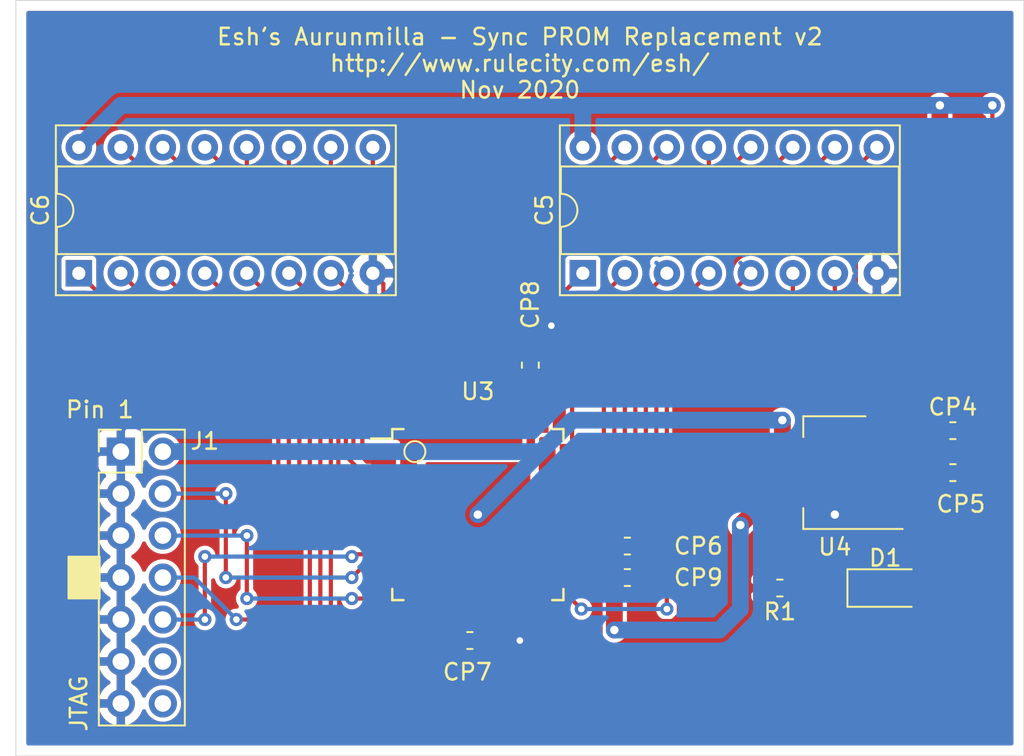
<source format=kicad_pcb>
(kicad_pcb (version 20171130) (host pcbnew "(5.1.5)-3")
  (layers (0 F.Cu signal) (31 B.Cu signal) (34 B.Paste user) (35 F.Paste user) (36 B.SilkS user) (37 F.SilkS user) (38 B.Mask user) (39 F.Mask user) (44 Edge.Cuts user))
  (net 0 "")
  (net 1 GND)
  (net 2 VCC)
  (net 3 "Net-(D1-Pad1)")
  (net 4 /TMS)
  (net 5 /TCK)
  (net 6 /TDO)
  (net 7 /TDI)
  (net 8 "Net-(J1-Pad12)")
  (net 9 "Net-(J1-Pad14)")
  (net 10 /VA6)
  (net 11 /VD3)
  (net 12 /VA5)
  (net 13 /VD2)
  (net 14 /VA4)
  (net 15 /VD1)
  (net 16 /VA3)
  (net 17 /VD0)
  (net 18 /VA0)
  (net 19 /~VCS0)
  (net 20 /VA1)
  (net 21 /~VCS1)
  (net 22 /VA2)
  (net 23 /VA7)
  (net 24 /HA7)
  (net 25 /HA2)
  (net 26 /~HCS1)
  (net 27 /HA1)
  (net 28 /HA0)
  (net 29 /HD0)
  (net 30 /HA3)
  (net 31 /HD1)
  (net 32 /HA4)
  (net 33 /HD2)
  (net 34 /HA5)
  (net 35 /HD3)
  (net 36 /HA6)
  (net 37 /~HCS0)
  (net 38 /3V3)
  (module Package_DIP:DIP-16_W7.62mm_Socket (layer F.Cu) (at 29.21 41.91 90)
    (fp_text reference C6 (at 3.81 -2.33 90) (layer F.SilkS))
    (fp_text value MB7052)
    (fp_arc (start 3.81 -1.33) (end 2.81 -1.33) (angle -180) (layer F.SilkS) (width 0.12))
    (fp_line (start 2.81 -1.33) (end 1.16 -1.33) (layer F.SilkS) (width 0.12))
    (fp_line (start 1.16 -1.33) (end 1.16 19.11) (layer F.SilkS) (width 0.12))
    (fp_line (start 1.16 19.11) (end 6.46 19.11) (layer F.SilkS) (width 0.12))
    (fp_line (start 6.46 19.11) (end 6.46 -1.33) (layer F.SilkS) (width 0.12))
    (fp_line (start 6.46 -1.33) (end 4.81 -1.33) (layer F.SilkS) (width 0.12))
    (fp_line (start -1.33 -1.39) (end -1.33 19.17) (layer F.SilkS) (width 0.12))
    (fp_line (start -1.33 19.17) (end 8.95 19.17) (layer F.SilkS) (width 0.12))
    (fp_line (start 8.95 19.17) (end 8.95 -1.39) (layer F.SilkS) (width 0.12))
    (fp_line (start 8.95 -1.39) (end -1.33 -1.39) (layer F.SilkS) (width 0.12))
    (pad 1 thru_hole rect (at 0 0 90) (size 1.6 1.6) (drill 0.8) (layers *.Cu *.Mask) (net 10 /VA6))
    (pad 9 thru_hole oval (at 7.62 17.78 90) (size 1.6 1.6) (drill 0.8) (layers *.Cu *.Mask) (net 11 /VD3))
    (pad 2 thru_hole oval (at 0 2.54 90) (size 1.6 1.6) (drill 0.8) (layers *.Cu *.Mask) (net 12 /VA5))
    (pad 10 thru_hole oval (at 7.62 15.24 90) (size 1.6 1.6) (drill 0.8) (layers *.Cu *.Mask) (net 13 /VD2))
    (pad 3 thru_hole oval (at 0 5.08 90) (size 1.6 1.6) (drill 0.8) (layers *.Cu *.Mask) (net 14 /VA4))
    (pad 11 thru_hole oval (at 7.62 12.7 90) (size 1.6 1.6) (drill 0.8) (layers *.Cu *.Mask) (net 15 /VD1))
    (pad 4 thru_hole oval (at 0 7.62 90) (size 1.6 1.6) (drill 0.8) (layers *.Cu *.Mask) (net 16 /VA3))
    (pad 12 thru_hole oval (at 7.62 10.16 90) (size 1.6 1.6) (drill 0.8) (layers *.Cu *.Mask) (net 17 /VD0))
    (pad 5 thru_hole oval (at 0 10.16 90) (size 1.6 1.6) (drill 0.8) (layers *.Cu *.Mask) (net 18 /VA0))
    (pad 13 thru_hole oval (at 7.62 7.62 90) (size 1.6 1.6) (drill 0.8) (layers *.Cu *.Mask) (net 19 /~VCS0))
    (pad 6 thru_hole oval (at 0 12.7 90) (size 1.6 1.6) (drill 0.8) (layers *.Cu *.Mask) (net 20 /VA1))
    (pad 14 thru_hole oval (at 7.62 5.08 90) (size 1.6 1.6) (drill 0.8) (layers *.Cu *.Mask) (net 21 /~VCS1))
    (pad 7 thru_hole oval (at 0 15.24 90) (size 1.6 1.6) (drill 0.8) (layers *.Cu *.Mask) (net 22 /VA2))
    (pad 15 thru_hole oval (at 7.62 2.54 90) (size 1.6 1.6) (drill 0.8) (layers *.Cu *.Mask) (net 23 /VA7))
    (pad 8 thru_hole oval (at 0 17.78 90) (size 1.6 1.6) (drill 0.8) (layers *.Cu *.Mask) (net 1 GND))
    (pad 16 thru_hole oval (at 7.62 0 90) (size 1.6 1.6) (drill 0.8) (layers *.Cu *.Mask) (net 2 VCC))
  )
  (module LED_SMD:LED_1206_3216Metric (layer F.Cu) (at 77.975 60.96)
    (fp_text reference D1 (at 0 -1.82) (layer F.SilkS))
    (fp_text value LED)
    (fp_line (start 1.6 -1.135) (end -2.285 -1.135) (layer F.SilkS) (width 0.12))
    (fp_line (start -2.285 -1.135) (end -2.285 1.135) (layer F.SilkS) (width 0.12))
    (fp_line (start -2.285 1.135) (end 1.6 1.135) (layer F.SilkS) (width 0.12))
    (pad 1 smd roundrect (at -1.4 0) (size 1.25 1.75) (layers F.Cu F.Paste F.Mask) (roundrect_rratio 0.2) (net 3 "Net-(D1-Pad1)"))
    (pad 2 smd roundrect (at 1.4 0) (size 1.25 1.75) (layers F.Cu F.Paste F.Mask) (roundrect_rratio 0.2) (net 2 VCC))
  )
  (module Connector_PinHeader_2.54mm:PinHeader_2x07_P2.54mm_Vertical (layer F.Cu) (at 31.75 52.705)
    (fp_text reference J1 (at 5.08 -0.635) (layer F.SilkS))
    (fp_text value Conn_02x07_Odd_Even)
    (fp_line (start -1.33 16.57) (end 3.87 16.57) (layer F.SilkS) (width 0.12))
    (fp_line (start -1.33 1.27) (end -1.33 16.57) (layer F.SilkS) (width 0.12))
    (fp_line (start 3.87 -1.33) (end 3.87 16.57) (layer F.SilkS) (width 0.12))
    (fp_line (start -1.33 1.27) (end 1.27 1.27) (layer F.SilkS) (width 0.12))
    (fp_line (start 1.27 1.27) (end 1.27 -1.33) (layer F.SilkS) (width 0.12))
    (fp_line (start 1.27 -1.33) (end 3.87 -1.33) (layer F.SilkS) (width 0.12))
    (fp_line (start -1.33 0) (end -1.33 -1.33) (layer F.SilkS) (width 0.12))
    (fp_line (start -1.33 -1.33) (end 0 -1.33) (layer F.SilkS) (width 0.12))
    (pad 1 thru_hole rect (at 0 0) (size 1.7 1.7) (drill 1) (layers *.Cu *.Mask) (net 1 GND))
    (pad 2 thru_hole oval (at 2.54 0) (size 1.7 1.7) (drill 1) (layers *.Cu *.Mask) (net 38 /3V3))
    (pad 3 thru_hole oval (at 0 2.54) (size 1.7 1.7) (drill 1) (layers *.Cu *.Mask) (net 1 GND))
    (pad 4 thru_hole oval (at 2.54 2.54) (size 1.7 1.7) (drill 1) (layers *.Cu *.Mask) (net 4 /TMS))
    (pad 5 thru_hole oval (at 0 5.08) (size 1.7 1.7) (drill 1) (layers *.Cu *.Mask) (net 1 GND))
    (pad 6 thru_hole oval (at 2.54 5.08) (size 1.7 1.7) (drill 1) (layers *.Cu *.Mask) (net 5 /TCK))
    (pad 7 thru_hole oval (at 0 7.62) (size 1.7 1.7) (drill 1) (layers *.Cu *.Mask) (net 1 GND))
    (pad 8 thru_hole oval (at 2.54 7.62) (size 1.7 1.7) (drill 1) (layers *.Cu *.Mask) (net 6 /TDO))
    (pad 9 thru_hole oval (at 0 10.16) (size 1.7 1.7) (drill 1) (layers *.Cu *.Mask) (net 1 GND))
    (pad 10 thru_hole oval (at 2.54 10.16) (size 1.7 1.7) (drill 1) (layers *.Cu *.Mask) (net 7 /TDI))
    (pad 11 thru_hole oval (at 0 12.7) (size 1.7 1.7) (drill 1) (layers *.Cu *.Mask) (net 1 GND))
    (pad 12 thru_hole oval (at 2.54 12.7) (size 1.7 1.7) (drill 1) (layers *.Cu *.Mask) (net 8 "Net-(J1-Pad12)"))
    (pad 13 thru_hole oval (at 0 15.24) (size 1.7 1.7) (drill 1) (layers *.Cu *.Mask) (net 1 GND))
    (pad 14 thru_hole oval (at 2.54 15.24) (size 1.7 1.7) (drill 1) (layers *.Cu *.Mask) (net 9 "Net-(J1-Pad14)"))
  )
  (module Package_DIP:DIP-16_W7.62mm_Socket (layer F.Cu) (at 59.69 41.91 90)
    (fp_text reference C5 (at 3.81 -2.33 90) (layer F.SilkS))
    (fp_text value MB7052)
    (fp_line (start 8.95 -1.39) (end -1.33 -1.39) (layer F.SilkS) (width 0.12))
    (fp_line (start 8.95 19.17) (end 8.95 -1.39) (layer F.SilkS) (width 0.12))
    (fp_line (start -1.33 19.17) (end 8.95 19.17) (layer F.SilkS) (width 0.12))
    (fp_line (start -1.33 -1.39) (end -1.33 19.17) (layer F.SilkS) (width 0.12))
    (fp_line (start 6.46 -1.33) (end 4.81 -1.33) (layer F.SilkS) (width 0.12))
    (fp_line (start 6.46 19.11) (end 6.46 -1.33) (layer F.SilkS) (width 0.12))
    (fp_line (start 1.16 19.11) (end 6.46 19.11) (layer F.SilkS) (width 0.12))
    (fp_line (start 1.16 -1.33) (end 1.16 19.11) (layer F.SilkS) (width 0.12))
    (fp_line (start 2.81 -1.33) (end 1.16 -1.33) (layer F.SilkS) (width 0.12))
    (fp_arc (start 3.81 -1.33) (end 2.81 -1.33) (angle -180) (layer F.SilkS) (width 0.12))
    (pad 16 thru_hole oval (at 7.62 0 90) (size 1.6 1.6) (drill 0.8) (layers *.Cu *.Mask) (net 2 VCC))
    (pad 8 thru_hole oval (at 0 17.78 90) (size 1.6 1.6) (drill 0.8) (layers *.Cu *.Mask) (net 1 GND))
    (pad 15 thru_hole oval (at 7.62 2.54 90) (size 1.6 1.6) (drill 0.8) (layers *.Cu *.Mask) (net 24 /HA7))
    (pad 7 thru_hole oval (at 0 15.24 90) (size 1.6 1.6) (drill 0.8) (layers *.Cu *.Mask) (net 25 /HA2))
    (pad 14 thru_hole oval (at 7.62 5.08 90) (size 1.6 1.6) (drill 0.8) (layers *.Cu *.Mask) (net 26 /~HCS1))
    (pad 6 thru_hole oval (at 0 12.7 90) (size 1.6 1.6) (drill 0.8) (layers *.Cu *.Mask) (net 27 /HA1))
    (pad 13 thru_hole oval (at 7.62 7.62 90) (size 1.6 1.6) (drill 0.8) (layers *.Cu *.Mask) (net 37 /~HCS0))
    (pad 5 thru_hole oval (at 0 10.16 90) (size 1.6 1.6) (drill 0.8) (layers *.Cu *.Mask) (net 28 /HA0))
    (pad 12 thru_hole oval (at 7.62 10.16 90) (size 1.6 1.6) (drill 0.8) (layers *.Cu *.Mask) (net 29 /HD0))
    (pad 4 thru_hole oval (at 0 7.62 90) (size 1.6 1.6) (drill 0.8) (layers *.Cu *.Mask) (net 30 /HA3))
    (pad 11 thru_hole oval (at 7.62 12.7 90) (size 1.6 1.6) (drill 0.8) (layers *.Cu *.Mask) (net 31 /HD1))
    (pad 3 thru_hole oval (at 0 5.08 90) (size 1.6 1.6) (drill 0.8) (layers *.Cu *.Mask) (net 32 /HA4))
    (pad 10 thru_hole oval (at 7.62 15.24 90) (size 1.6 1.6) (drill 0.8) (layers *.Cu *.Mask) (net 33 /HD2))
    (pad 2 thru_hole oval (at 0 2.54 90) (size 1.6 1.6) (drill 0.8) (layers *.Cu *.Mask) (net 34 /HA5))
    (pad 9 thru_hole oval (at 7.62 17.78 90) (size 1.6 1.6) (drill 0.8) (layers *.Cu *.Mask) (net 35 /HD3))
    (pad 1 thru_hole rect (at 0 0 90) (size 1.6 1.6) (drill 0.8) (layers *.Cu *.Mask) (net 36 /HA6))
  )
  (module Package_TO_SOT_SMD:SOT-223-3_TabPin2 (layer F.Cu) (at 74.93 53.975 180)
    (fp_text reference U4 (at 0 -4.5) (layer F.SilkS))
    (fp_text value LD1117S33TR_SOT223)
    (fp_line (start 1.91 3.41) (end 1.91 2.15) (layer F.SilkS) (width 0.12))
    (fp_line (start 1.91 -3.41) (end 1.91 -2.15) (layer F.SilkS) (width 0.12))
    (fp_line (start -1.85 3.41) (end 1.91 3.41) (layer F.SilkS) (width 0.12))
    (fp_line (start -4.1 -3.41) (end 1.91 -3.41) (layer F.SilkS) (width 0.12))
    (pad 2 smd rect (at 3.15 0 180) (size 2 3.8) (layers F.Cu F.Paste F.Mask) (net 38 /3V3))
    (pad 2 smd rect (at -3.15 0 180) (size 2 1.5) (layers F.Cu F.Paste F.Mask) (net 38 /3V3))
    (pad 3 smd rect (at -3.15 2.3 180) (size 2 1.5) (layers F.Cu F.Paste F.Mask) (net 2 VCC))
    (pad 1 smd rect (at -3.15 -2.3 180) (size 2 1.5) (layers F.Cu F.Paste F.Mask) (net 1 GND))
  )
  (module Capacitor_SMD:C_0603_1608Metric (layer F.Cu) (at 52.8575 64.135)
    (fp_text reference CP7 (at -0.1525 1.905) (layer F.SilkS))
    (fp_text value 0.1uF)
    (fp_line (start -0.162779 0.51) (end 0.162779 0.51) (layer F.SilkS) (width 0.12))
    (fp_line (start -0.162779 -0.51) (end 0.162779 -0.51) (layer F.SilkS) (width 0.12))
    (pad 2 smd roundrect (at 0.7875 0) (size 0.875 0.95) (layers F.Cu F.Paste F.Mask) (net 1 GND))
    (pad 1 smd roundrect (at -0.7875 0) (size 0.875 0.95) (layers F.Cu F.Paste F.Mask) (net 38 /3V3))
  )
  (module Capacitor_SMD:C_0603_1608Metric (layer F.Cu) (at 56.515 47.4725 90)
    (fp_text reference CP8 (at 3.6575 0 90) (layer F.SilkS))
    (fp_text value 0.1uF)
    (fp_line (start -0.162779 -0.51) (end 0.162779 -0.51) (layer F.SilkS) (width 0.12))
    (fp_line (start -0.162779 0.51) (end 0.162779 0.51) (layer F.SilkS) (width 0.12))
    (pad 1 smd roundrect (at -0.7875 0 90) (size 0.875 0.95) (layers F.Cu F.Paste F.Mask) (net 38 /3V3))
    (pad 2 smd roundrect (at 0.7875 0 90) (size 0.875 0.95) (layers F.Cu F.Paste F.Mask) (net 1 GND))
  )
  (module Capacitor_SMD:C_0603_1608Metric (layer F.Cu) (at 62.3825 60.325)
    (fp_text reference CP9 (at 4.2925 0) (layer F.SilkS))
    (fp_text value 10uF)
    (fp_line (start -0.162779 -0.51) (end 0.162779 -0.51) (layer F.SilkS) (width 0.12))
    (fp_line (start -0.162779 0.51) (end 0.162779 0.51) (layer F.SilkS) (width 0.12))
    (pad 1 smd roundrect (at -0.7875 0) (size 0.875 0.95) (layers F.Cu F.Paste F.Mask) (net 38 /3V3))
    (pad 2 smd roundrect (at 0.7875 0) (size 0.875 0.95) (layers F.Cu F.Paste F.Mask) (net 1 GND))
  )
  (module Capacitor_SMD:C_0603_1608Metric (layer F.Cu) (at 82.0675 51.435)
    (fp_text reference CP4 (at 0 -1.43) (layer F.SilkS))
    (fp_text value 0.1uF)
    (fp_line (start -0.162779 -0.51) (end 0.162779 -0.51) (layer F.SilkS) (width 0.12))
    (fp_line (start -0.162779 0.51) (end 0.162779 0.51) (layer F.SilkS) (width 0.12))
    (pad 1 smd roundrect (at -0.7875 0) (size 0.875 0.95) (layers F.Cu F.Paste F.Mask) (net 2 VCC))
    (pad 2 smd roundrect (at 0.7875 0) (size 0.875 0.95) (layers F.Cu F.Paste F.Mask) (net 1 GND))
  )
  (module Capacitor_SMD:C_0603_1608Metric (layer F.Cu) (at 82.0675 53.975)
    (fp_text reference CP5 (at 0.4825 1.905) (layer F.SilkS))
    (fp_text value 10uF)
    (fp_line (start -0.162779 0.51) (end 0.162779 0.51) (layer F.SilkS) (width 0.12))
    (fp_line (start -0.162779 -0.51) (end 0.162779 -0.51) (layer F.SilkS) (width 0.12))
    (pad 2 smd roundrect (at 0.7875 0) (size 0.875 0.95) (layers F.Cu F.Paste F.Mask) (net 1 GND))
    (pad 1 smd roundrect (at -0.7875 0) (size 0.875 0.95) (layers F.Cu F.Paste F.Mask) (net 38 /3V3))
  )
  (module Resistor_SMD:R_0603_1608Metric (layer F.Cu) (at 71.6025 60.96 180)
    (fp_text reference R1 (at 0 -1.43) (layer F.SilkS))
    (fp_text value 330)
    (fp_line (start -0.162779 -0.51) (end 0.162779 -0.51) (layer F.SilkS) (width 0.12))
    (fp_line (start -0.162779 0.51) (end 0.162779 0.51) (layer F.SilkS) (width 0.12))
    (pad 1 smd roundrect (at -0.7875 0 180) (size 0.875 0.95) (layers F.Cu F.Paste F.Mask) (net 3 "Net-(D1-Pad1)"))
    (pad 2 smd roundrect (at 0.7875 0 180) (size 0.875 0.95) (layers F.Cu F.Paste F.Mask) (net 1 GND))
  )
  (module Capacitor_SMD:C_0603_1608Metric (layer F.Cu) (at 62.3825 58.42)
    (fp_text reference CP6 (at 4.2925 0) (layer F.SilkS))
    (fp_text value 0.1uF)
    (fp_line (start -0.162779 -0.51) (end 0.162779 -0.51) (layer F.SilkS) (width 0.12))
    (fp_line (start -0.162779 0.51) (end 0.162779 0.51) (layer F.SilkS) (width 0.12))
    (pad 1 smd roundrect (at -0.7875 0) (size 0.875 0.95) (layers F.Cu F.Paste F.Mask) (net 38 /3V3))
    (pad 2 smd roundrect (at 0.7875 0) (size 0.875 0.95) (layers F.Cu F.Paste F.Mask) (net 1 GND))
  )
  (module Package_QFP:TQFP-44_10x10mm_P0.8mm (layer F.Cu) (at 53.34 56.515)
    (fp_text reference U3 (at 0 -7.45) (layer F.SilkS))
    (fp_text value XC9536XL-VG44)
    (fp_line (start -5.175 -5.175) (end -5.175 -4.6) (layer F.SilkS) (width 0.15))
    (fp_line (start 5.175 -5.175) (end 5.175 -4.5) (layer F.SilkS) (width 0.15))
    (fp_line (start 5.175 5.175) (end 5.175 4.5) (layer F.SilkS) (width 0.15))
    (fp_line (start -5.175 5.175) (end -5.175 4.5) (layer F.SilkS) (width 0.15))
    (fp_line (start -5.175 -5.175) (end -4.5 -5.175) (layer F.SilkS) (width 0.15))
    (fp_line (start -5.175 5.175) (end -4.5 5.175) (layer F.SilkS) (width 0.15))
    (fp_line (start 5.175 5.175) (end 4.5 5.175) (layer F.SilkS) (width 0.15))
    (fp_line (start 5.175 -5.175) (end 4.5 -5.175) (layer F.SilkS) (width 0.15))
    (fp_line (start -5.175 -4.6) (end -6.45 -4.6) (layer F.SilkS) (width 0.15))
    (pad 1 smd rect (at -5.7 -4) (size 1.5 0.55) (layers F.Cu F.Paste F.Mask) (net 22 /VA2))
    (pad 2 smd rect (at -5.7 -3.2) (size 1.5 0.55) (layers F.Cu F.Paste F.Mask) (net 20 /VA1))
    (pad 3 smd rect (at -5.7 -2.4) (size 1.5 0.55) (layers F.Cu F.Paste F.Mask) (net 18 /VA0))
    (pad 4 smd rect (at -5.7 -1.6) (size 1.5 0.55) (layers F.Cu F.Paste F.Mask) (net 1 GND))
    (pad 5 smd rect (at -5.7 -0.8) (size 1.5 0.55) (layers F.Cu F.Paste F.Mask) (net 19 /~VCS0))
    (pad 6 smd rect (at -5.7 0) (size 1.5 0.55) (layers F.Cu F.Paste F.Mask) (net 16 /VA3))
    (pad 7 smd rect (at -5.7 0.8) (size 1.5 0.55) (layers F.Cu F.Paste F.Mask) (net 21 /~VCS1))
    (pad 8 smd rect (at -5.7 1.6) (size 1.5 0.55) (layers F.Cu F.Paste F.Mask) (net 14 /VA4))
    (pad 9 smd rect (at -5.7 2.4) (size 1.5 0.55) (layers F.Cu F.Paste F.Mask) (net 7 /TDI))
    (pad 10 smd rect (at -5.7 3.2) (size 1.5 0.55) (layers F.Cu F.Paste F.Mask) (net 4 /TMS))
    (pad 11 smd rect (at -5.7 4) (size 1.5 0.55) (layers F.Cu F.Paste F.Mask) (net 5 /TCK))
    (pad 12 smd rect (at -4 5.7 90) (size 1.5 0.55) (layers F.Cu F.Paste F.Mask) (net 23 /VA7))
    (pad 13 smd rect (at -3.2 5.7 90) (size 1.5 0.55) (layers F.Cu F.Paste F.Mask) (net 12 /VA5))
    (pad 14 smd rect (at -2.4 5.7 90) (size 1.5 0.55) (layers F.Cu F.Paste F.Mask) (net 10 /VA6))
    (pad 15 smd rect (at -1.6 5.7 90) (size 1.5 0.55) (layers F.Cu F.Paste F.Mask) (net 38 /3V3))
    (pad 16 smd rect (at -0.8 5.7 90) (size 1.5 0.55) (layers F.Cu F.Paste F.Mask) (net 1 GND))
    (pad 17 smd rect (at 0 5.7 90) (size 1.5 0.55) (layers F.Cu F.Paste F.Mask) (net 1 GND))
    (pad 18 smd rect (at 0.8 5.7 90) (size 1.5 0.55) (layers F.Cu F.Paste F.Mask) (net 1 GND))
    (pad 19 smd rect (at 1.6 5.7 90) (size 1.5 0.55) (layers F.Cu F.Paste F.Mask) (net 1 GND))
    (pad 20 smd rect (at 2.4 5.7 90) (size 1.5 0.55) (layers F.Cu F.Paste F.Mask) (net 1 GND))
    (pad 21 smd rect (at 3.2 5.7 90) (size 1.5 0.55) (layers F.Cu F.Paste F.Mask) (net 1 GND))
    (pad 22 smd rect (at 4 5.7 90) (size 1.5 0.55) (layers F.Cu F.Paste F.Mask) (net 1 GND))
    (pad 23 smd rect (at 5.7 4) (size 1.5 0.55) (layers F.Cu F.Paste F.Mask) (net 35 /HD3))
    (pad 24 smd rect (at 5.7 3.2) (size 1.5 0.55) (layers F.Cu F.Paste F.Mask) (net 6 /TDO))
    (pad 25 smd rect (at 5.7 2.4) (size 1.5 0.55) (layers F.Cu F.Paste F.Mask) (net 1 GND))
    (pad 26 smd rect (at 5.7 1.6) (size 1.5 0.55) (layers F.Cu F.Paste F.Mask) (net 38 /3V3))
    (pad 27 smd rect (at 5.7 0.8) (size 1.5 0.55) (layers F.Cu F.Paste F.Mask) (net 25 /HA2))
    (pad 28 smd rect (at 5.7 0) (size 1.5 0.55) (layers F.Cu F.Paste F.Mask) (net 33 /HD2))
    (pad 29 smd rect (at 5.7 -0.8) (size 1.5 0.55) (layers F.Cu F.Paste F.Mask) (net 27 /HA1))
    (pad 30 smd rect (at 5.7 -1.6) (size 1.5 0.55) (layers F.Cu F.Paste F.Mask) (net 31 /HD1))
    (pad 31 smd rect (at 5.7 -2.4) (size 1.5 0.55) (layers F.Cu F.Paste F.Mask) (net 28 /HA0))
    (pad 32 smd rect (at 5.7 -3.2) (size 1.5 0.55) (layers F.Cu F.Paste F.Mask) (net 30 /HA3))
    (pad 33 smd rect (at 5.7 -4) (size 1.5 0.55) (layers F.Cu F.Paste F.Mask) (net 32 /HA4))
    (pad 34 smd rect (at 4 -5.7 90) (size 1.5 0.55) (layers F.Cu F.Paste F.Mask) (net 34 /HA5))
    (pad 35 smd rect (at 3.2 -5.7 90) (size 1.5 0.55) (layers F.Cu F.Paste F.Mask) (net 38 /3V3))
    (pad 36 smd rect (at 2.4 -5.7 90) (size 1.5 0.55) (layers F.Cu F.Paste F.Mask) (net 36 /HA6))
    (pad 37 smd rect (at 1.6 -5.7 90) (size 1.5 0.55) (layers F.Cu F.Paste F.Mask) (net 29 /HD0))
    (pad 38 smd rect (at 0.8 -5.7 90) (size 1.5 0.55) (layers F.Cu F.Paste F.Mask) (net 37 /~HCS0))
    (pad 39 smd rect (at 0 -5.7 90) (size 1.5 0.55) (layers F.Cu F.Paste F.Mask) (net 26 /~HCS1))
    (pad 40 smd rect (at -0.8 -5.7 90) (size 1.5 0.55) (layers F.Cu F.Paste F.Mask) (net 24 /HA7))
    (pad 41 smd rect (at -1.6 -5.7 90) (size 1.5 0.55) (layers F.Cu F.Paste F.Mask) (net 11 /VD3))
    (pad 42 smd rect (at -2.4 -5.7 90) (size 1.5 0.55) (layers F.Cu F.Paste F.Mask) (net 13 /VD2))
    (pad 43 smd rect (at -3.2 -5.7 90) (size 1.5 0.55) (layers F.Cu F.Paste F.Mask) (net 15 /VD1))
    (pad 44 smd rect (at -4 -5.7 90) (size 1.5 0.55) (layers F.Cu F.Paste F.Mask) (net 17 /VD0))
  )
  (gr_circle (center 49.53 52.705) (end 49.53 53.34) (layer F.SilkS) (width 0.12))
  (gr_poly (pts (xy 30.48 61.595) (xy 28.575 61.595) (xy 28.575 59.055) (xy 30.48 59.055)) (layer F.SilkS) (width 0.1))
  (gr_text JTAG (at 29.21 67.945 90) (layer F.SilkS) (effects (font (size 1 1))))
  (gr_text "Pin 1" (at 30.48 50.165) (layer F.SilkS) (effects (font (size 1 1))))
  (gr_line (start 25.4 71.12) (end 25.4 45.974) (layer Edge.Cuts) (width 0.05))
  (gr_line (start 86.36 71.12) (end 25.4 71.12) (layer Edge.Cuts) (width 0.05))
  (gr_line (start 86.36 25.4) (end 86.36 71.12) (layer Edge.Cuts) (width 0.05))
  (gr_text "Esh's Aurunmilla - Sync PROM Replacement v2\nhttp://www.rulecity.com/esh/\nNov 2020" (at 55.88 29.21) (layer F.SilkS) (effects (font (size 1 1))))
  (gr_line (start 25.4 25.4) (end 25.4 45.974) (layer Edge.Cuts) (width 0.05))
  (gr_line (start 25.4 25.4) (end 86.36 25.4) (layer Edge.Cuts) (width 0.05))
  (via (at 74.93 56.515) (size 1.016) (drill 0.508) (layers F.Cu B.Cu) (net 1))
  (segment (start 78.08 56.275) (end 75.17 56.275) (width 1.016) (layer F.Cu) (net 1))
  (segment (start 75.17 56.275) (end 74.93 56.515) (width 1.016) (layer F.Cu) (net 1))
  (segment (start 47.64 54.915) (end 47.64 55.112999) (width 0.254) (layer F.Cu) (net 1))
  (segment (start 46.99 41.91) (end 47.625 42.545) (width 0.254) (layer F.Cu) (net 1))
  (segment (start 47.625 42.545) (end 47.625 50.8) (width 0.254) (layer F.Cu) (net 1))
  (segment (start 47.625 50.8) (end 48.895 52.07) (width 0.254) (layer F.Cu) (net 1))
  (segment (start 48.644 54.915) (end 47.64 54.915) (width 0.254) (layer F.Cu) (net 1))
  (segment (start 48.895 54.664) (end 48.644 54.915) (width 0.254) (layer F.Cu) (net 1))
  (segment (start 48.895 52.07) (end 48.895 54.664) (width 0.254) (layer F.Cu) (net 1))
  (segment (start 59.04 58.915) (end 57.925 58.915) (width 0.254) (layer F.Cu) (net 1))
  (segment (start 57.925 58.915) (end 57.15 59.69) (width 0.254) (layer F.Cu) (net 1))
  (segment (start 57.15 61.021) (end 57.34 61.211) (width 0.254) (layer F.Cu) (net 1))
  (segment (start 57.34 61.211) (end 57.34 62.215) (width 0.254) (layer F.Cu) (net 1))
  (segment (start 57.15 59.69) (end 57.15 61.021) (width 0.254) (layer F.Cu) (net 1))
  (segment (start 53.34 60.96) (end 53.34 62.215) (width 0.254) (layer F.Cu) (net 1))
  (segment (start 53.34 60.96) (end 53.975 60.96) (width 0.254) (layer F.Cu) (net 1))
  (segment (start 54.14 61.125) (end 54.14 62.215) (width 0.254) (layer F.Cu) (net 1))
  (segment (start 53.975 60.96) (end 54.14 61.125) (width 0.254) (layer F.Cu) (net 1))
  (segment (start 54.94 61.211) (end 54.94 62.215) (width 0.254) (layer F.Cu) (net 1))
  (segment (start 54.689 60.96) (end 54.94 61.211) (width 0.254) (layer F.Cu) (net 1))
  (segment (start 53.975 60.96) (end 54.689 60.96) (width 0.254) (layer F.Cu) (net 1))
  (segment (start 55.74 61.211) (end 55.74 62.215) (width 0.254) (layer F.Cu) (net 1))
  (segment (start 55.489 60.96) (end 55.74 61.211) (width 0.254) (layer F.Cu) (net 1))
  (segment (start 54.689 60.96) (end 55.489 60.96) (width 0.254) (layer F.Cu) (net 1))
  (segment (start 56.289 60.96) (end 56.54 61.211) (width 0.254) (layer F.Cu) (net 1))
  (segment (start 56.54 61.211) (end 56.54 62.215) (width 0.254) (layer F.Cu) (net 1))
  (segment (start 55.88 60.96) (end 57.089 60.96) (width 0.254) (layer F.Cu) (net 1))
  (segment (start 55.489 60.96) (end 55.88 60.96) (width 0.254) (layer F.Cu) (net 1))
  (segment (start 57.089 60.96) (end 57.15 61.021) (width 0.254) (layer F.Cu) (net 1))
  (segment (start 55.88 60.96) (end 56.289 60.96) (width 0.254) (layer F.Cu) (net 1))
  (segment (start 52.54 62.215) (end 52.54 61.211) (width 0.254) (layer F.Cu) (net 1))
  (segment (start 52.791 60.96) (end 53.34 60.96) (width 0.254) (layer F.Cu) (net 1))
  (segment (start 52.54 61.211) (end 52.791 60.96) (width 0.254) (layer F.Cu) (net 1))
  (segment (start 63.17 60.325) (end 63.17 58.42) (width 0.254) (layer F.Cu) (net 1))
  (segment (start 63.17 63.83) (end 63.17 60.325) (width 0.254) (layer F.Cu) (net 1))
  (segment (start 60.185 58.915) (end 60.75999 59.48999) (width 0.254) (layer F.Cu) (net 1))
  (segment (start 59.04 58.915) (end 60.185 58.915) (width 0.254) (layer F.Cu) (net 1))
  (segment (start 62.23 64.77) (end 63.17 63.83) (width 0.254) (layer F.Cu) (net 1))
  (segment (start 60.75999 63.93499) (end 61.595 64.77) (width 0.254) (layer F.Cu) (net 1))
  (segment (start 60.75999 59.48999) (end 60.75999 63.93499) (width 0.254) (layer F.Cu) (net 1))
  (segment (start 61.595 64.77) (end 62.23 64.77) (width 0.254) (layer F.Cu) (net 1))
  (segment (start 64.042999 62.957001) (end 63.17 63.83) (width 0.254) (layer F.Cu) (net 1))
  (segment (start 65.118961 62.957001) (end 64.042999 62.957001) (width 0.254) (layer F.Cu) (net 1))
  (segment (start 65.497001 62.578961) (end 65.118961 62.957001) (width 0.254) (layer F.Cu) (net 1))
  (segment (start 65.497001 61.881039) (end 65.497001 62.578961) (width 0.254) (layer F.Cu) (net 1))
  (segment (start 77.47 45.085) (end 74.295 48.26) (width 0.254) (layer F.Cu) (net 1))
  (segment (start 65.22401 61.608048) (end 65.497001 61.881039) (width 0.254) (layer F.Cu) (net 1))
  (segment (start 77.47 41.91) (end 77.47 45.085) (width 0.254) (layer F.Cu) (net 1))
  (segment (start 74.295 48.26) (end 66.04 48.26) (width 0.254) (layer F.Cu) (net 1))
  (segment (start 65.22401 49.07599) (end 65.22401 61.608048) (width 0.254) (layer F.Cu) (net 1))
  (segment (start 66.04 48.26) (end 65.22401 49.07599) (width 0.254) (layer F.Cu) (net 1))
  (segment (start 53.34 63.83) (end 53.645 64.135) (width 0.254) (layer F.Cu) (net 1))
  (segment (start 53.34 62.215) (end 53.34 63.83) (width 0.254) (layer F.Cu) (net 1))
  (via (at 57.785 45.085) (size 0.8) (drill 0.4) (layers F.Cu B.Cu) (net 1))
  (segment (start 56.515 46.685) (end 56.515 46.355) (width 0.254) (layer F.Cu) (net 1))
  (segment (start 56.515 46.355) (end 57.785 45.085) (width 0.254) (layer F.Cu) (net 1))
  (via (at 55.88 64.135) (size 0.8) (drill 0.4) (layers F.Cu B.Cu) (net 1))
  (segment (start 53.645 64.135) (end 55.88 64.135) (width 0.254) (layer F.Cu) (net 1))
  (segment (start 59.69 31.75) (end 59.69 34.29) (width 1.016) (layer B.Cu) (net 2))
  (segment (start 29.21 34.29) (end 31.75 31.75) (width 1.016) (layer B.Cu) (net 2))
  (segment (start 31.75 31.75) (end 59.69 31.75) (width 1.016) (layer B.Cu) (net 2))
  (segment (start 81.04 51.675) (end 81.28 51.435) (width 1.016) (layer F.Cu) (net 2))
  (segment (start 78.08 51.675) (end 81.04 51.675) (width 1.016) (layer F.Cu) (net 2))
  (via (at 81.28 31.75) (size 1.016) (drill 0.508) (layers F.Cu B.Cu) (net 2))
  (segment (start 59.69 31.75) (end 81.28 31.75) (width 1.016) (layer B.Cu) (net 2))
  (segment (start 81.28 31.75) (end 81.28 51.435) (width 1.016) (layer F.Cu) (net 2))
  (segment (start 84.455 60.96) (end 84.455 50.165) (width 0.254) (layer F.Cu) (net 2))
  (via (at 84.455 31.75) (size 1.016) (drill 0.508) (layers F.Cu B.Cu) (net 2))
  (segment (start 84.455 31.75) (end 81.28 31.75) (width 1.016) (layer B.Cu) (net 2))
  (segment (start 79.375 60.96) (end 84.455 60.96) (width 0.254) (layer F.Cu) (net 2))
  (segment (start 84.455 50.165) (end 84.455 31.75) (width 0.254) (layer F.Cu) (net 2))
  (segment (start 72.39 60.96) (end 76.575 60.96) (width 0.254) (layer F.Cu) (net 3))
  (via (at 45.72 60.325) (size 0.8) (drill 0.4) (layers F.Cu B.Cu) (net 4))
  (segment (start 47.64 59.715) (end 46.33 59.715) (width 0.254) (layer F.Cu) (net 4))
  (segment (start 46.33 59.715) (end 45.72 60.325) (width 0.254) (layer F.Cu) (net 4))
  (via (at 38.1 60.325) (size 0.8) (drill 0.4) (layers F.Cu B.Cu) (net 4))
  (segment (start 45.72 60.325) (end 38.1 60.325) (width 0.254) (layer B.Cu) (net 4))
  (via (at 38.1 55.245) (size 0.8) (drill 0.4) (layers F.Cu B.Cu) (net 4))
  (segment (start 38.1 60.325) (end 38.1 55.245) (width 0.254) (layer F.Cu) (net 4))
  (segment (start 38.1 55.245) (end 34.29 55.245) (width 0.254) (layer B.Cu) (net 4))
  (segment (start 47.089 61.595) (end 45.72 61.595) (width 0.254) (layer F.Cu) (net 5))
  (via (at 45.72 61.595) (size 0.8) (drill 0.4) (layers F.Cu B.Cu) (net 5))
  (segment (start 47.64 60.515) (end 47.64 61.044) (width 0.254) (layer F.Cu) (net 5))
  (segment (start 47.64 61.044) (end 47.089 61.595) (width 0.254) (layer F.Cu) (net 5))
  (via (at 39.37 61.595) (size 0.8) (drill 0.4) (layers F.Cu B.Cu) (net 5))
  (segment (start 45.72 61.595) (end 39.37 61.595) (width 0.254) (layer B.Cu) (net 5))
  (via (at 39.37 57.785) (size 0.8) (drill 0.4) (layers F.Cu B.Cu) (net 5))
  (segment (start 39.37 61.595) (end 39.37 57.785) (width 0.254) (layer F.Cu) (net 5))
  (segment (start 39.37 57.785) (end 34.29 57.785) (width 0.254) (layer B.Cu) (net 5))
  (segment (start 36.195 60.325) (end 34.29 60.325) (width 0.254) (layer B.Cu) (net 6))
  (segment (start 38.1 62.23) (end 36.195 60.325) (width 0.254) (layer B.Cu) (net 6))
  (segment (start 38.1 62.23) (end 38.735 62.865) (width 0.254) (layer B.Cu) (net 6))
  (via (at 38.735 62.865) (size 0.8) (drill 0.4) (layers F.Cu B.Cu) (net 6))
  (segment (start 42.545 62.865) (end 38.735 62.865) (width 0.254) (layer F.Cu) (net 6))
  (segment (start 45.085 65.405) (end 42.545 62.865) (width 0.254) (layer F.Cu) (net 6))
  (segment (start 58.42 64.135) (end 57.15 65.405) (width 0.254) (layer F.Cu) (net 6))
  (segment (start 57.15 65.405) (end 45.085 65.405) (width 0.254) (layer F.Cu) (net 6))
  (segment (start 58.036 59.715) (end 57.785 59.788001) (width 0.254) (layer F.Cu) (net 6))
  (segment (start 59.04 59.715) (end 58.036 59.715) (width 0.254) (layer F.Cu) (net 6))
  (segment (start 57.785 59.788001) (end 57.785 60.96) (width 0.254) (layer F.Cu) (net 6))
  (segment (start 58.42 61.595) (end 58.42 64.135) (width 0.254) (layer F.Cu) (net 6))
  (segment (start 57.785 60.96) (end 58.42 61.595) (width 0.254) (layer F.Cu) (net 6))
  (via (at 45.72 59.055) (size 0.8) (drill 0.4) (layers F.Cu B.Cu) (net 7))
  (segment (start 47.64 58.915) (end 45.86 58.915) (width 0.254) (layer F.Cu) (net 7))
  (segment (start 45.86 58.915) (end 45.72 59.055) (width 0.254) (layer F.Cu) (net 7))
  (via (at 36.83 59.055) (size 0.8) (drill 0.4) (layers F.Cu B.Cu) (net 7))
  (segment (start 45.72 59.055) (end 36.83 59.055) (width 0.254) (layer B.Cu) (net 7))
  (via (at 36.83 62.865) (size 0.8) (drill 0.4) (layers F.Cu B.Cu) (net 7))
  (segment (start 36.83 59.055) (end 36.83 62.865) (width 0.254) (layer F.Cu) (net 7))
  (segment (start 36.83 62.865) (end 34.29 62.865) (width 0.254) (layer B.Cu) (net 7))
  (segment (start 31.115 43.815) (end 29.21 41.91) (width 0.254) (layer F.Cu) (net 10))
  (segment (start 49.53 64.77) (end 45.72 64.77) (width 0.254) (layer F.Cu) (net 10))
  (segment (start 33.02 43.815) (end 31.115 43.815) (width 0.254) (layer F.Cu) (net 10))
  (segment (start 45.72 64.77) (end 43.18 62.23) (width 0.254) (layer F.Cu) (net 10))
  (segment (start 50.94 62.215) (end 50.94 63.36) (width 0.254) (layer F.Cu) (net 10))
  (segment (start 50.94 63.36) (end 49.53 64.77) (width 0.254) (layer F.Cu) (net 10))
  (segment (start 43.18 57.15) (end 41.275 55.245) (width 0.254) (layer F.Cu) (net 10))
  (segment (start 43.18 62.23) (end 43.18 57.15) (width 0.254) (layer F.Cu) (net 10))
  (segment (start 41.275 55.245) (end 41.275 48.895) (width 0.254) (layer F.Cu) (net 10))
  (segment (start 41.275 48.895) (end 39.37 46.99) (width 0.254) (layer F.Cu) (net 10))
  (segment (start 39.37 46.99) (end 36.195 46.99) (width 0.254) (layer F.Cu) (net 10))
  (segment (start 36.195 46.99) (end 33.02 43.815) (width 0.254) (layer F.Cu) (net 10))
  (segment (start 51.74 49.811) (end 51.435 49.506) (width 0.254) (layer F.Cu) (net 11))
  (segment (start 51.74 50.815) (end 51.74 49.811) (width 0.254) (layer F.Cu) (net 11))
  (segment (start 51.435 49.506) (end 51.435 40.005) (width 0.254) (layer F.Cu) (net 11))
  (segment (start 51.435 40.005) (end 50.165 38.735) (width 0.254) (layer F.Cu) (net 11))
  (segment (start 50.165 38.735) (end 47.625 38.735) (width 0.254) (layer F.Cu) (net 11))
  (segment (start 46.99 38.1) (end 46.99 34.29) (width 0.254) (layer F.Cu) (net 11))
  (segment (start 47.625 38.735) (end 46.99 38.1) (width 0.254) (layer F.Cu) (net 11))
  (segment (start 50.14 62.215) (end 50.14 63.219) (width 0.254) (layer F.Cu) (net 12))
  (segment (start 32.549999 42.709999) (end 31.75 41.91) (width 0.254) (layer F.Cu) (net 12))
  (segment (start 36.383057 46.535989) (end 32.557067 42.709999) (width 0.254) (layer F.Cu) (net 12))
  (segment (start 32.557067 42.709999) (end 32.549999 42.709999) (width 0.254) (layer F.Cu) (net 12))
  (segment (start 39.558058 46.53599) (end 36.383057 46.535989) (width 0.254) (layer F.Cu) (net 12))
  (segment (start 41.91 48.887932) (end 39.558058 46.53599) (width 0.254) (layer F.Cu) (net 12))
  (segment (start 41.91 55.237932) (end 41.91 48.887932) (width 0.254) (layer F.Cu) (net 12))
  (segment (start 43.815 57.142932) (end 41.91 55.237932) (width 0.254) (layer F.Cu) (net 12))
  (segment (start 43.815 62.222932) (end 43.815 57.142932) (width 0.254) (layer F.Cu) (net 12))
  (segment (start 45.727068 64.135) (end 43.815 62.222932) (width 0.254) (layer F.Cu) (net 12))
  (segment (start 49.224 64.135) (end 45.727068 64.135) (width 0.254) (layer F.Cu) (net 12))
  (segment (start 50.14 63.219) (end 49.224 64.135) (width 0.254) (layer F.Cu) (net 12))
  (segment (start 44.45 38.735) (end 44.45 34.29) (width 0.254) (layer F.Cu) (net 13))
  (segment (start 49.53 39.37) (end 45.085 39.37) (width 0.254) (layer F.Cu) (net 13))
  (segment (start 45.085 39.37) (end 44.45 38.735) (width 0.254) (layer F.Cu) (net 13))
  (segment (start 50.94 50.815) (end 50.94 40.78) (width 0.254) (layer F.Cu) (net 13))
  (segment (start 50.94 40.78) (end 49.53 39.37) (width 0.254) (layer F.Cu) (net 13))
  (segment (start 46.636 58.115) (end 43.18 54.659) (width 0.254) (layer F.Cu) (net 14))
  (segment (start 43.18 48.873796) (end 39.934171 45.627969) (width 0.254) (layer F.Cu) (net 14))
  (segment (start 38.007969 45.627969) (end 35.089999 42.709999) (width 0.254) (layer F.Cu) (net 14))
  (segment (start 43.18 54.659) (end 43.18 48.873796) (width 0.254) (layer F.Cu) (net 14))
  (segment (start 47.64 58.115) (end 46.636 58.115) (width 0.254) (layer F.Cu) (net 14))
  (segment (start 35.089999 42.709999) (end 34.29 41.91) (width 0.254) (layer F.Cu) (net 14))
  (segment (start 39.934171 45.627969) (end 38.007969 45.627969) (width 0.254) (layer F.Cu) (net 14))
  (segment (start 50.14 50.815) (end 50.14 41.25) (width 0.254) (layer F.Cu) (net 15))
  (segment (start 50.14 41.25) (end 48.895 40.005) (width 0.254) (layer F.Cu) (net 15))
  (segment (start 48.895 40.005) (end 42.545 40.005) (width 0.254) (layer F.Cu) (net 15))
  (segment (start 42.545 40.005) (end 41.91 39.37) (width 0.254) (layer F.Cu) (net 15))
  (segment (start 41.91 39.37) (end 41.91 34.29) (width 0.254) (layer F.Cu) (net 15))
  (segment (start 36.83 41.91) (end 37.465 42.545) (width 0.254) (layer F.Cu) (net 16))
  (segment (start 44.450001 53.339999) (end 44.45 53.339998) (width 0.254) (layer F.Cu) (net 16))
  (segment (start 44.45 53.339998) (end 44.45 47.625) (width 0.254) (layer F.Cu) (net 16))
  (segment (start 44.45 47.625) (end 41.275 44.45) (width 0.254) (layer F.Cu) (net 16))
  (segment (start 41.275 44.45) (end 39.37 44.45) (width 0.254) (layer F.Cu) (net 16))
  (segment (start 39.37 44.45) (end 37.465 42.545) (width 0.254) (layer F.Cu) (net 16))
  (segment (start 44.45 54.602932) (end 44.45 53.339998) (width 0.254) (layer F.Cu) (net 16))
  (segment (start 46.362068 56.515) (end 44.45 54.602932) (width 0.254) (layer F.Cu) (net 16))
  (segment (start 47.64 56.515) (end 46.362068 56.515) (width 0.254) (layer F.Cu) (net 16))
  (segment (start 49.34 50.815) (end 49.34 41.72) (width 0.254) (layer F.Cu) (net 17))
  (segment (start 49.34 41.72) (end 48.26 40.64) (width 0.254) (layer F.Cu) (net 17))
  (segment (start 48.26 40.64) (end 40.005 40.64) (width 0.254) (layer F.Cu) (net 17))
  (segment (start 40.005 40.64) (end 39.37 40.005) (width 0.254) (layer F.Cu) (net 17))
  (segment (start 39.37 40.005) (end 39.37 34.29) (width 0.254) (layer F.Cu) (net 17))
  (segment (start 40.169999 42.709999) (end 39.37 41.91) (width 0.254) (layer F.Cu) (net 18))
  (segment (start 40.64 43.18) (end 40.169999 42.709999) (width 0.254) (layer F.Cu) (net 18))
  (segment (start 41.91 43.18) (end 40.64 43.18) (width 0.254) (layer F.Cu) (net 18))
  (segment (start 46.495 54.115) (end 45.358022 52.978022) (width 0.254) (layer F.Cu) (net 18))
  (segment (start 47.64 54.115) (end 46.495 54.115) (width 0.254) (layer F.Cu) (net 18))
  (segment (start 45.358022 52.978022) (end 45.358022 46.628022) (width 0.254) (layer F.Cu) (net 18))
  (segment (start 45.358022 46.628022) (end 41.91 43.18) (width 0.254) (layer F.Cu) (net 18))
  (segment (start 41.282068 43.815) (end 39.377068 43.815) (width 0.254) (layer F.Cu) (net 19))
  (segment (start 38.1 42.537932) (end 38.1 35.56) (width 0.254) (layer F.Cu) (net 19))
  (segment (start 38.1 35.56) (end 37.629999 35.089999) (width 0.254) (layer F.Cu) (net 19))
  (segment (start 47.64 55.715) (end 46.636 55.715) (width 0.254) (layer F.Cu) (net 19))
  (segment (start 39.377068 43.815) (end 38.1 42.537932) (width 0.254) (layer F.Cu) (net 19))
  (segment (start 37.629999 35.089999) (end 36.83 34.29) (width 0.254) (layer F.Cu) (net 19))
  (segment (start 46.636 55.715) (end 44.904011 53.983011) (width 0.254) (layer F.Cu) (net 19))
  (segment (start 44.90401 47.436942) (end 41.282068 43.815) (width 0.254) (layer F.Cu) (net 19))
  (segment (start 44.904011 53.983011) (end 44.90401 47.436942) (width 0.254) (layer F.Cu) (net 19))
  (segment (start 47.64 53.315) (end 46.636 53.315) (width 0.254) (layer F.Cu) (net 20))
  (segment (start 45.812031 45.812031) (end 42.709999 42.709999) (width 0.254) (layer F.Cu) (net 20))
  (segment (start 46.636 53.315) (end 45.812031 52.491031) (width 0.254) (layer F.Cu) (net 20))
  (segment (start 42.709999 42.709999) (end 41.91 41.91) (width 0.254) (layer F.Cu) (net 20))
  (segment (start 45.812031 52.491031) (end 45.812031 45.812031) (width 0.254) (layer F.Cu) (net 20))
  (segment (start 47.64 57.315) (end 46.52 57.315) (width 0.254) (layer F.Cu) (net 21))
  (segment (start 46.52 57.315) (end 43.815 54.61) (width 0.254) (layer F.Cu) (net 21))
  (segment (start 43.815 54.61) (end 43.815 48.26) (width 0.254) (layer F.Cu) (net 21))
  (segment (start 35.56 42.537932) (end 35.56 35.56) (width 0.254) (layer F.Cu) (net 21))
  (segment (start 35.56 35.56) (end 35.089999 35.089999) (width 0.254) (layer F.Cu) (net 21))
  (segment (start 35.089999 35.089999) (end 34.29 34.29) (width 0.254) (layer F.Cu) (net 21))
  (segment (start 38.107068 45.085) (end 35.56 42.537932) (width 0.254) (layer F.Cu) (net 21))
  (segment (start 40.64 45.085) (end 38.107068 45.085) (width 0.254) (layer F.Cu) (net 21))
  (segment (start 43.815 48.26) (end 40.64 45.085) (width 0.254) (layer F.Cu) (net 21))
  (segment (start 46.636 52.515) (end 46.355 52.234) (width 0.254) (layer F.Cu) (net 22))
  (segment (start 47.64 52.515) (end 46.636 52.515) (width 0.254) (layer F.Cu) (net 22))
  (segment (start 46.355 43.815) (end 44.45 41.91) (width 0.254) (layer F.Cu) (net 22))
  (segment (start 46.355 52.234) (end 46.355 43.815) (width 0.254) (layer F.Cu) (net 22))
  (segment (start 48.811 63.219) (end 45.453136 63.219) (width 0.254) (layer F.Cu) (net 23))
  (segment (start 49.34 62.215) (end 49.34 62.69) (width 0.254) (layer F.Cu) (net 23))
  (segment (start 32.549999 35.089999) (end 31.75 34.29) (width 0.254) (layer F.Cu) (net 23))
  (segment (start 39.746115 46.081979) (end 36.571115 46.081979) (width 0.254) (layer F.Cu) (net 23))
  (segment (start 33.02 42.530864) (end 33.02 35.56) (width 0.254) (layer F.Cu) (net 23))
  (segment (start 33.02 35.56) (end 32.549999 35.089999) (width 0.254) (layer F.Cu) (net 23))
  (segment (start 36.571115 46.081979) (end 33.02 42.530864) (width 0.254) (layer F.Cu) (net 23))
  (segment (start 45.453136 63.219) (end 44.45 62.215864) (width 0.254) (layer F.Cu) (net 23))
  (segment (start 49.34 62.69) (end 48.811 63.219) (width 0.254) (layer F.Cu) (net 23))
  (segment (start 44.45 57.135864) (end 42.545 55.230864) (width 0.254) (layer F.Cu) (net 23))
  (segment (start 42.545 48.880864) (end 39.746115 46.081979) (width 0.254) (layer F.Cu) (net 23))
  (segment (start 44.45 62.215864) (end 44.45 57.135864) (width 0.254) (layer F.Cu) (net 23))
  (segment (start 42.545 55.230864) (end 42.545 48.880864) (width 0.254) (layer F.Cu) (net 23))
  (segment (start 52.54 40.805) (end 52.54 50.815) (width 0.254) (layer F.Cu) (net 24))
  (segment (start 60.96 35.56) (end 60.96 38.1) (width 0.254) (layer F.Cu) (net 24))
  (segment (start 60.96 38.1) (end 60.325 38.735) (width 0.254) (layer F.Cu) (net 24))
  (segment (start 62.23 34.29) (end 60.96 35.56) (width 0.254) (layer F.Cu) (net 24))
  (segment (start 60.325 38.735) (end 54.61 38.735) (width 0.254) (layer F.Cu) (net 24))
  (segment (start 54.61 38.735) (end 52.54 40.805) (width 0.254) (layer F.Cu) (net 24))
  (segment (start 74.93 45.085) (end 74.93 41.91) (width 0.254) (layer F.Cu) (net 25))
  (segment (start 73.025 46.99) (end 74.93 45.085) (width 0.254) (layer F.Cu) (net 25))
  (segment (start 59.04 57.315) (end 62.065 57.315) (width 0.254) (layer F.Cu) (net 25))
  (segment (start 62.065 57.315) (end 64.135 55.245) (width 0.254) (layer F.Cu) (net 25))
  (segment (start 64.135 55.245) (end 64.135 47.625) (width 0.254) (layer F.Cu) (net 25))
  (segment (start 64.135 47.625) (end 64.77 46.99) (width 0.254) (layer F.Cu) (net 25))
  (segment (start 64.77 46.99) (end 73.025 46.99) (width 0.254) (layer F.Cu) (net 25))
  (segment (start 63.5 35.56) (end 64.77 34.29) (width 0.254) (layer F.Cu) (net 26))
  (segment (start 53.34 50.815) (end 53.34 41.275) (width 0.254) (layer F.Cu) (net 26))
  (segment (start 63.5 35.56) (end 63.5 38.1) (width 0.254) (layer F.Cu) (net 26))
  (segment (start 63.5 38.1) (end 63.5 38.735) (width 0.254) (layer F.Cu) (net 26))
  (segment (start 63.5 38.735) (end 62.865 39.37) (width 0.254) (layer F.Cu) (net 26))
  (segment (start 62.865 39.37) (end 55.245 39.37) (width 0.254) (layer F.Cu) (net 26))
  (segment (start 55.245 39.37) (end 53.34 41.275) (width 0.254) (layer F.Cu) (net 26))
  (segment (start 72.39 43.815) (end 72.39 41.91) (width 0.254) (layer F.Cu) (net 27))
  (segment (start 70.485 45.72) (end 72.39 43.815) (width 0.254) (layer F.Cu) (net 27))
  (segment (start 61.76 55.715) (end 62.865 54.61) (width 0.254) (layer F.Cu) (net 27))
  (segment (start 59.04 55.715) (end 61.76 55.715) (width 0.254) (layer F.Cu) (net 27))
  (segment (start 62.865 54.61) (end 62.865 46.355) (width 0.254) (layer F.Cu) (net 27))
  (segment (start 62.865 46.355) (end 63.5 45.72) (width 0.254) (layer F.Cu) (net 27))
  (segment (start 63.5 45.72) (end 70.485 45.72) (width 0.254) (layer F.Cu) (net 27))
  (segment (start 69.85 41.91) (end 69.215 41.275) (width 0.254) (layer B.Cu) (net 28))
  (segment (start 60.044 54.115) (end 60.184 53.975) (width 0.254) (layer F.Cu) (net 28))
  (segment (start 59.04 54.115) (end 60.044 54.115) (width 0.254) (layer F.Cu) (net 28))
  (segment (start 60.184 53.975) (end 60.96 53.975) (width 0.254) (layer F.Cu) (net 28))
  (segment (start 60.96 53.975) (end 61.595 53.34) (width 0.254) (layer F.Cu) (net 28))
  (segment (start 61.595 53.34) (end 61.595 45.085) (width 0.254) (layer F.Cu) (net 28))
  (segment (start 61.595 45.085) (end 62.23 44.45) (width 0.254) (layer F.Cu) (net 28))
  (segment (start 67.31 44.45) (end 69.85 41.91) (width 0.254) (layer F.Cu) (net 28))
  (segment (start 62.23 44.45) (end 67.31 44.45) (width 0.254) (layer F.Cu) (net 28))
  (segment (start 69.85 34.29) (end 68.58 35.56) (width 0.254) (layer F.Cu) (net 29))
  (segment (start 54.94 49.811) (end 55.245 49.506) (width 0.254) (layer F.Cu) (net 29))
  (segment (start 54.94 50.815) (end 54.94 49.811) (width 0.254) (layer F.Cu) (net 29))
  (segment (start 55.245 49.506) (end 55.245 41.275) (width 0.254) (layer F.Cu) (net 29))
  (segment (start 55.245 41.275) (end 55.88 40.64) (width 0.254) (layer F.Cu) (net 29))
  (segment (start 55.88 40.64) (end 67.945 40.64) (width 0.254) (layer F.Cu) (net 29))
  (segment (start 67.945 40.64) (end 68.58 40.005) (width 0.254) (layer F.Cu) (net 29))
  (segment (start 68.58 40.005) (end 68.58 35.56) (width 0.254) (layer F.Cu) (net 29))
  (segment (start 59.04 53.315) (end 60.3 53.315) (width 0.254) (layer F.Cu) (net 30))
  (segment (start 60.3 53.315) (end 60.96 52.655) (width 0.254) (layer F.Cu) (net 30))
  (segment (start 62.222932 43.815) (end 65.405 43.815) (width 0.254) (layer F.Cu) (net 30))
  (segment (start 66.510001 42.709999) (end 67.31 41.91) (width 0.254) (layer F.Cu) (net 30))
  (segment (start 60.96 45.077932) (end 62.222932 43.815) (width 0.254) (layer F.Cu) (net 30))
  (segment (start 65.405 43.815) (end 66.510001 42.709999) (width 0.254) (layer F.Cu) (net 30))
  (segment (start 60.96 52.655) (end 60.96 45.077932) (width 0.254) (layer F.Cu) (net 30))
  (segment (start 72.39 34.29) (end 71.755 34.925) (width 0.254) (layer F.Cu) (net 31))
  (segment (start 71.755 34.925) (end 71.12 35.56) (width 0.254) (layer F.Cu) (net 31))
  (segment (start 60.044 54.915) (end 60.349 54.61) (width 0.254) (layer F.Cu) (net 31))
  (segment (start 59.04 54.915) (end 60.044 54.915) (width 0.254) (layer F.Cu) (net 31))
  (segment (start 60.349 54.61) (end 61.595 54.61) (width 0.254) (layer F.Cu) (net 31))
  (segment (start 61.595 54.61) (end 62.23 53.975) (width 0.254) (layer F.Cu) (net 31))
  (segment (start 62.23 53.975) (end 62.23 45.72) (width 0.254) (layer F.Cu) (net 31))
  (segment (start 62.23 45.72) (end 62.865 45.085) (width 0.254) (layer F.Cu) (net 31))
  (segment (start 62.865 45.085) (end 68.58 45.085) (width 0.254) (layer F.Cu) (net 31))
  (segment (start 68.58 45.085) (end 71.12 42.545) (width 0.254) (layer F.Cu) (net 31))
  (segment (start 71.12 42.545) (end 71.12 35.56) (width 0.254) (layer F.Cu) (net 31))
  (segment (start 64.77 41.91) (end 64.135 41.275) (width 0.254) (layer B.Cu) (net 32))
  (segment (start 59.04 52.515) (end 59.04 45.735) (width 0.254) (layer F.Cu) (net 32))
  (segment (start 59.04 45.735) (end 61.595 43.18) (width 0.254) (layer F.Cu) (net 32))
  (segment (start 63.5 43.18) (end 64.77 41.91) (width 0.254) (layer F.Cu) (net 32))
  (segment (start 61.595 43.18) (end 63.5 43.18) (width 0.254) (layer F.Cu) (net 32))
  (segment (start 71.12 46.355) (end 73.66 43.815) (width 0.254) (layer F.Cu) (net 33))
  (segment (start 59.04 56.515) (end 62.222932 56.515) (width 0.254) (layer F.Cu) (net 33))
  (segment (start 63.5 46.99) (end 64.135 46.355) (width 0.254) (layer F.Cu) (net 33))
  (segment (start 62.222932 56.515) (end 63.5 55.237932) (width 0.254) (layer F.Cu) (net 33))
  (segment (start 73.66 35.56) (end 74.130001 35.089999) (width 0.254) (layer F.Cu) (net 33))
  (segment (start 63.5 55.237932) (end 63.5 46.99) (width 0.254) (layer F.Cu) (net 33))
  (segment (start 74.130001 35.089999) (end 74.93 34.29) (width 0.254) (layer F.Cu) (net 33))
  (segment (start 64.135 46.355) (end 71.12 46.355) (width 0.254) (layer F.Cu) (net 33))
  (segment (start 73.66 43.815) (end 73.66 35.56) (width 0.254) (layer F.Cu) (net 33))
  (segment (start 61.430001 42.709999) (end 62.23 41.91) (width 0.254) (layer F.Cu) (net 34))
  (segment (start 57.34 50.815) (end 57.34 46.792932) (width 0.254) (layer F.Cu) (net 34))
  (segment (start 61.422933 42.709999) (end 61.430001 42.709999) (width 0.254) (layer F.Cu) (net 34))
  (segment (start 57.34 46.792932) (end 61.422933 42.709999) (width 0.254) (layer F.Cu) (net 34))
  (via (at 64.77 62.23) (size 0.8) (drill 0.4) (layers F.Cu B.Cu) (net 35))
  (segment (start 76.2 35.56) (end 77.47 34.29) (width 0.254) (layer F.Cu) (net 35))
  (segment (start 64.77 48.26) (end 65.405 47.625) (width 0.254) (layer F.Cu) (net 35))
  (segment (start 65.405 47.625) (end 73.66 47.625) (width 0.254) (layer F.Cu) (net 35))
  (segment (start 64.77 62.23) (end 64.77 48.26) (width 0.254) (layer F.Cu) (net 35))
  (segment (start 73.66 47.625) (end 76.2 45.085) (width 0.254) (layer F.Cu) (net 35))
  (segment (start 76.2 45.085) (end 76.2 35.56) (width 0.254) (layer F.Cu) (net 35))
  (segment (start 59.04 60.515) (end 59.04 61.67201) (width 0.254) (layer F.Cu) (net 35))
  (segment (start 59.04 61.67201) (end 59.59799 62.23) (width 0.254) (layer F.Cu) (net 35))
  (via (at 59.59799 62.23) (size 0.8) (drill 0.4) (layers F.Cu B.Cu) (net 35))
  (segment (start 64.77 62.23) (end 59.59799 62.23) (width 0.254) (layer B.Cu) (net 35))
  (segment (start 58.42 43.18) (end 59.69 41.91) (width 0.254) (layer F.Cu) (net 36))
  (segment (start 55.74 50.815) (end 55.74 49.811) (width 0.254) (layer F.Cu) (net 36))
  (segment (start 55.71299 49.78399) (end 55.71299 45.25201) (width 0.254) (layer F.Cu) (net 36))
  (segment (start 55.71299 45.25201) (end 57.785 43.18) (width 0.254) (layer F.Cu) (net 36))
  (segment (start 55.74 49.811) (end 55.71299 49.78399) (width 0.254) (layer F.Cu) (net 36))
  (segment (start 57.785 43.18) (end 58.42 43.18) (width 0.254) (layer F.Cu) (net 36))
  (segment (start 54.14 41.117068) (end 54.14 49.811) (width 0.254) (layer F.Cu) (net 37))
  (segment (start 55.252068 40.005) (end 54.14 41.117068) (width 0.254) (layer F.Cu) (net 37))
  (segment (start 54.14 49.811) (end 54.14 50.815) (width 0.254) (layer F.Cu) (net 37))
  (segment (start 65.405 40.005) (end 55.252068 40.005) (width 0.254) (layer F.Cu) (net 37))
  (segment (start 67.31 38.1) (end 65.405 40.005) (width 0.254) (layer F.Cu) (net 37))
  (segment (start 67.31 34.29) (end 67.31 38.1) (width 0.254) (layer F.Cu) (net 37))
  (segment (start 81.28 53.975) (end 78.08 53.975) (width 1.016) (layer F.Cu) (net 38))
  (segment (start 78.08 53.975) (end 71.78 53.975) (width 1.016) (layer F.Cu) (net 38))
  (via (at 53.34 56.515) (size 1.016) (drill 0.508) (layers F.Cu B.Cu) (net 38))
  (segment (start 56.54 50.815) (end 56.54 53.315) (width 0.508) (layer F.Cu) (net 38))
  (segment (start 56.54 53.315) (end 55.88 53.975) (width 0.508) (layer F.Cu) (net 38))
  (segment (start 53.34 56.515) (end 55.88 56.515) (width 0.508) (layer F.Cu) (net 38))
  (segment (start 55.88 56.515) (end 55.88 53.975) (width 0.508) (layer F.Cu) (net 38))
  (segment (start 51.74 58.115) (end 53.34 56.515) (width 0.508) (layer F.Cu) (net 38))
  (segment (start 51.74 62.215) (end 51.74 58.115) (width 0.508) (layer F.Cu) (net 38))
  (segment (start 61.29 58.115) (end 61.595 58.42) (width 0.508) (layer F.Cu) (net 38))
  (segment (start 59.04 58.115) (end 61.29 58.115) (width 0.508) (layer F.Cu) (net 38))
  (segment (start 71.78 53.975) (end 71.78 54.585) (width 1.016) (layer F.Cu) (net 38))
  (segment (start 61.595 60.325) (end 61.595 58.42) (width 0.508) (layer F.Cu) (net 38))
  (via (at 69.215 57.15) (size 1.016) (drill 0.508) (layers F.Cu B.Cu) (net 38))
  (segment (start 71.78 54.585) (end 69.215 57.15) (width 1.016) (layer F.Cu) (net 38))
  (segment (start 61.595 63.5) (end 61.595 60.325) (width 1.016) (layer F.Cu) (net 38))
  (segment (start 69.215 62.23) (end 69.215 57.15) (width 1.016) (layer B.Cu) (net 38))
  (segment (start 67.945 63.5) (end 69.215 62.23) (width 1.016) (layer B.Cu) (net 38))
  (via (at 61.595 63.5) (size 1.016) (drill 0.508) (layers F.Cu B.Cu) (net 38))
  (segment (start 61.595 63.5) (end 67.945 63.5) (width 1.016) (layer B.Cu) (net 38))
  (via (at 71.755 50.8) (size 1.016) (drill 0.508) (layers F.Cu B.Cu) (net 38))
  (segment (start 59.055 50.8) (end 71.755 50.8) (width 1.016) (layer B.Cu) (net 38))
  (segment (start 71.755 53.95) (end 71.78 53.975) (width 1.016) (layer F.Cu) (net 38))
  (segment (start 71.755 50.8) (end 71.755 53.95) (width 1.016) (layer F.Cu) (net 38))
  (segment (start 34.29 52.705) (end 57.15 52.705) (width 1.016) (layer B.Cu) (net 38))
  (segment (start 53.34 56.515) (end 57.15 52.705) (width 1.016) (layer B.Cu) (net 38))
  (segment (start 57.15 52.705) (end 59.055 50.8) (width 1.016) (layer B.Cu) (net 38))
  (segment (start 51.74 63.805) (end 52.07 64.135) (width 0.254) (layer F.Cu) (net 38))
  (segment (start 51.74 62.215) (end 51.74 63.805) (width 0.508) (layer F.Cu) (net 38))
  (segment (start 56.54 48.285) (end 56.515 48.26) (width 0.508) (layer F.Cu) (net 38))
  (segment (start 56.54 50.815) (end 56.54 48.285) (width 0.508) (layer F.Cu) (net 38))
  (zone (net 38) (net_name /3V3) (layer F.Cu) (priority 1) (connect_pads (clearance 0.508)) (min_thickness 0.254) (fill yes (arc_segments 32) (thermal_gap 0.508) (thermal_bridge_width 0.508))
    (polygon (pts (xy 56.515 59.69) (xy 50.165 59.69) (xy 50.165 53.34) (xy 56.515 53.34)))
  )
  (zone (net 1) (net_name GND) (layer B.Cu) (connect_pads (clearance 0.254)) (min_thickness 0.254) (fill yes (arc_segments 32) (thermal_gap 0.508) (thermal_bridge_width 0.508))
    (polygon (pts (xy 85.725 70.485) (xy 26.035 70.485) (xy 26.035 26.035) (xy 85.725 26.035)))
  )
  (zone (net 1) (net_name GND) (layer F.Cu) (connect_pads (clearance 0.254)) (min_thickness 0.254) (fill yes (arc_segments 32) (thermal_gap 0.508) (thermal_bridge_width 0.508))
    (polygon (pts (xy 85.725 70.485) (xy 26.035 70.485) (xy 26.035 26.035) (xy 85.725 26.035)))
  )
)
</source>
